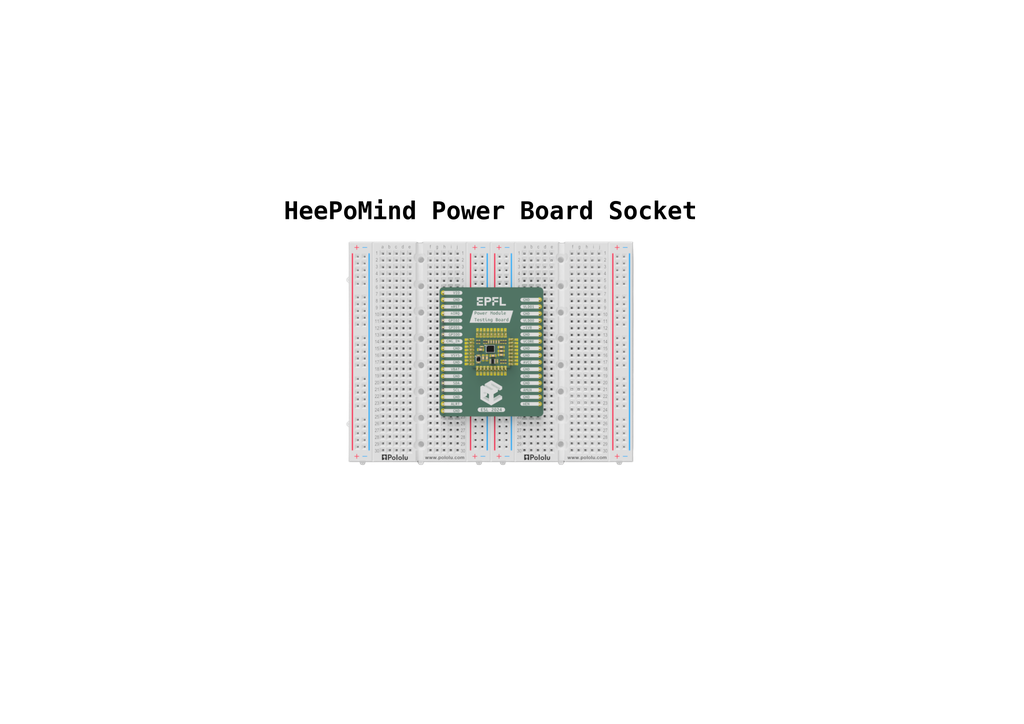
<source format=kicad_sch>
(kicad_sch (version 20231120) (generator "eeschema") (generator_version "8.0")
  (paper "A4")
  (title_block (title "Power Board Socket") (rev "0.1") (company "Embedded Systems Laboratory - EPFL"))
  (lib_symbols)
  (image (at 142.24 104.14) (scale 1.12903))
  (text "HeePoMind Power Board Socket" (at 142.24 62.992 0) (effects (font (size 5.08 5.08) (thickness 1.016) (bold yes))))
  (sheet (at 297.18 30.48) (size 31.75 11.43) (stroke (width 0.1524))
    (property "Sheetname" "[1] 1.27 mm Flexypin to 2.54 mm Header Adapter" (at 297.18 29.7684 0) (effects (justify left bottom)))
    (property "Sheetfile" "[1] 1.27 mm Flexypin to 2.54 mm Header Adapter.kicad_sch" (at 297.18 42.4946 0) (effects (justify left top)))
  )
)
</source>
